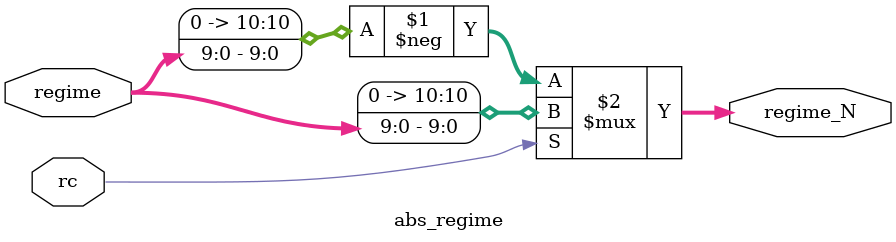
<source format=v>
module abs_regime (rc, regime, regime_N);
parameter N = 10;
input rc;
input [N-1:0] regime;
output [N:0] regime_N;

assign regime_N = rc ? {1'b0,regime} : -{1'b0,regime};
endmodule
</source>
